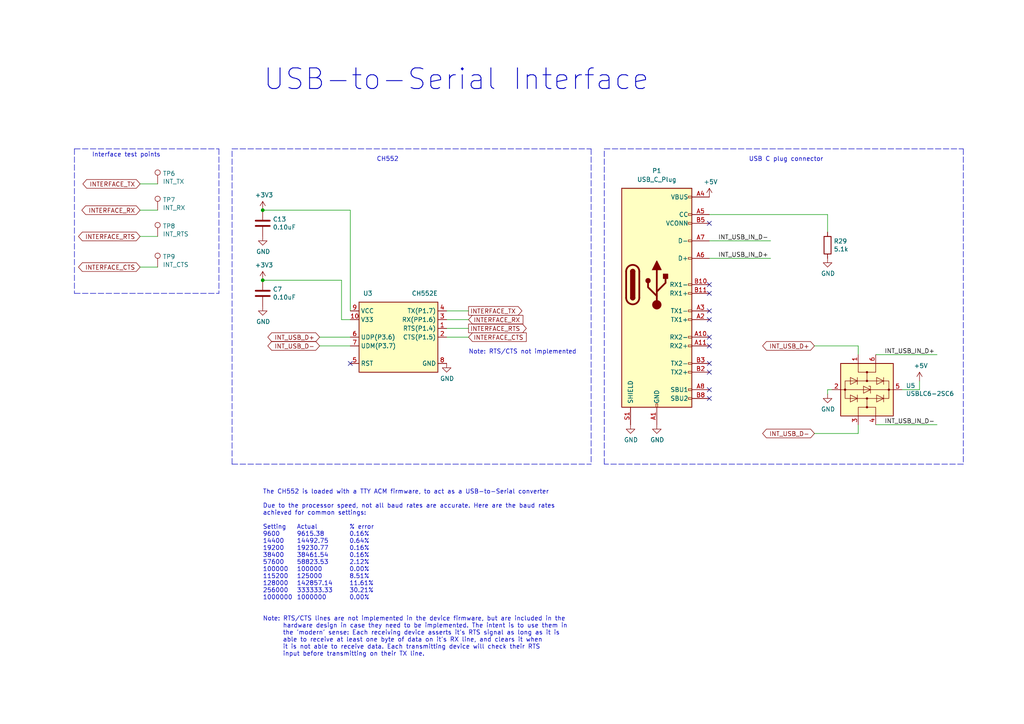
<source format=kicad_sch>
(kicad_sch (version 20211123) (generator eeschema)

  (uuid 2de1ffee-2174-41d2-8969-68b8d21e5a7d)

  (paper "A4")

  (title_block
    (title "USB-to-Serial Interface")
    (date "2021-11-14")
    (rev "V1")
    (company "Tillitis AB")
    (comment 1 "2022")
  )

  (lib_symbols
    (symbol "Connector:TestPoint" (pin_numbers hide) (pin_names (offset 0.762) hide) (in_bom yes) (on_board yes)
      (property "Reference" "TP" (id 0) (at 0 6.858 0)
        (effects (font (size 1.27 1.27)))
      )
      (property "Value" "TestPoint" (id 1) (at 0 5.08 0)
        (effects (font (size 1.27 1.27)))
      )
      (property "Footprint" "" (id 2) (at 5.08 0 0)
        (effects (font (size 1.27 1.27)) hide)
      )
      (property "Datasheet" "~" (id 3) (at 5.08 0 0)
        (effects (font (size 1.27 1.27)) hide)
      )
      (property "ki_keywords" "test point tp" (id 4) (at 0 0 0)
        (effects (font (size 1.27 1.27)) hide)
      )
      (property "ki_description" "test point" (id 5) (at 0 0 0)
        (effects (font (size 1.27 1.27)) hide)
      )
      (property "ki_fp_filters" "Pin* Test*" (id 6) (at 0 0 0)
        (effects (font (size 1.27 1.27)) hide)
      )
      (symbol "TestPoint_0_1"
        (circle (center 0 3.302) (radius 0.762)
          (stroke (width 0) (type default) (color 0 0 0 0))
          (fill (type none))
        )
      )
      (symbol "TestPoint_1_1"
        (pin passive line (at 0 0 90) (length 2.54)
          (name "1" (effects (font (size 1.27 1.27))))
          (number "1" (effects (font (size 1.27 1.27))))
        )
      )
    )
    (symbol "Connector:USB_C_Plug" (pin_names (offset 1.016)) (in_bom yes) (on_board yes)
      (property "Reference" "P" (id 0) (at -10.16 29.21 0)
        (effects (font (size 1.27 1.27)) (justify left))
      )
      (property "Value" "USB_C_Plug" (id 1) (at 10.16 29.21 0)
        (effects (font (size 1.27 1.27)) (justify right))
      )
      (property "Footprint" "" (id 2) (at 3.81 0 0)
        (effects (font (size 1.27 1.27)) hide)
      )
      (property "Datasheet" "https://www.usb.org/sites/default/files/documents/usb_type-c.zip" (id 3) (at 3.81 0 0)
        (effects (font (size 1.27 1.27)) hide)
      )
      (property "ki_keywords" "usb universal serial bus" (id 4) (at 0 0 0)
        (effects (font (size 1.27 1.27)) hide)
      )
      (property "ki_description" "USB Type-C Plug connector" (id 5) (at 0 0 0)
        (effects (font (size 1.27 1.27)) hide)
      )
      (property "ki_fp_filters" "USB*C*Plug*" (id 6) (at 0 0 0)
        (effects (font (size 1.27 1.27)) hide)
      )
      (symbol "USB_C_Plug_0_0"
        (rectangle (start -0.254 -35.56) (end 0.254 -34.544)
          (stroke (width 0) (type default) (color 0 0 0 0))
          (fill (type none))
        )
        (rectangle (start 10.16 -32.766) (end 9.144 -33.274)
          (stroke (width 0) (type default) (color 0 0 0 0))
          (fill (type none))
        )
        (rectangle (start 10.16 -30.226) (end 9.144 -30.734)
          (stroke (width 0) (type default) (color 0 0 0 0))
          (fill (type none))
        )
        (rectangle (start 10.16 -25.146) (end 9.144 -25.654)
          (stroke (width 0) (type default) (color 0 0 0 0))
          (fill (type none))
        )
        (rectangle (start 10.16 -22.606) (end 9.144 -23.114)
          (stroke (width 0) (type default) (color 0 0 0 0))
          (fill (type none))
        )
        (rectangle (start 10.16 -17.526) (end 9.144 -18.034)
          (stroke (width 0) (type default) (color 0 0 0 0))
          (fill (type none))
        )
        (rectangle (start 10.16 -14.986) (end 9.144 -15.494)
          (stroke (width 0) (type default) (color 0 0 0 0))
          (fill (type none))
        )
        (rectangle (start 10.16 -9.906) (end 9.144 -10.414)
          (stroke (width 0) (type default) (color 0 0 0 0))
          (fill (type none))
        )
        (rectangle (start 10.16 -7.366) (end 9.144 -7.874)
          (stroke (width 0) (type default) (color 0 0 0 0))
          (fill (type none))
        )
        (rectangle (start 10.16 -2.286) (end 9.144 -2.794)
          (stroke (width 0) (type default) (color 0 0 0 0))
          (fill (type none))
        )
        (rectangle (start 10.16 0.254) (end 9.144 -0.254)
          (stroke (width 0) (type default) (color 0 0 0 0))
          (fill (type none))
        )
        (rectangle (start 10.16 7.874) (end 9.144 7.366)
          (stroke (width 0) (type default) (color 0 0 0 0))
          (fill (type none))
        )
        (rectangle (start 10.16 12.954) (end 9.144 12.446)
          (stroke (width 0) (type default) (color 0 0 0 0))
          (fill (type none))
        )
        (rectangle (start 10.16 18.034) (end 9.144 17.526)
          (stroke (width 0) (type default) (color 0 0 0 0))
          (fill (type none))
        )
        (rectangle (start 10.16 20.574) (end 9.144 20.066)
          (stroke (width 0) (type default) (color 0 0 0 0))
          (fill (type none))
        )
        (rectangle (start 10.16 25.654) (end 9.144 25.146)
          (stroke (width 0) (type default) (color 0 0 0 0))
          (fill (type none))
        )
      )
      (symbol "USB_C_Plug_0_1"
        (rectangle (start -10.16 27.94) (end 10.16 -35.56)
          (stroke (width 0.254) (type default) (color 0 0 0 0))
          (fill (type background))
        )
        (arc (start -8.89 -3.81) (mid -6.985 -5.715) (end -5.08 -3.81)
          (stroke (width 0.508) (type default) (color 0 0 0 0))
          (fill (type none))
        )
        (arc (start -7.62 -3.81) (mid -6.985 -4.445) (end -6.35 -3.81)
          (stroke (width 0.254) (type default) (color 0 0 0 0))
          (fill (type none))
        )
        (arc (start -7.62 -3.81) (mid -6.985 -4.445) (end -6.35 -3.81)
          (stroke (width 0.254) (type default) (color 0 0 0 0))
          (fill (type outline))
        )
        (rectangle (start -7.62 -3.81) (end -6.35 3.81)
          (stroke (width 0.254) (type default) (color 0 0 0 0))
          (fill (type outline))
        )
        (arc (start -6.35 3.81) (mid -6.985 4.445) (end -7.62 3.81)
          (stroke (width 0.254) (type default) (color 0 0 0 0))
          (fill (type none))
        )
        (arc (start -6.35 3.81) (mid -6.985 4.445) (end -7.62 3.81)
          (stroke (width 0.254) (type default) (color 0 0 0 0))
          (fill (type outline))
        )
        (arc (start -5.08 3.81) (mid -6.985 5.715) (end -8.89 3.81)
          (stroke (width 0.508) (type default) (color 0 0 0 0))
          (fill (type none))
        )
        (polyline
          (pts
            (xy -8.89 -3.81)
            (xy -8.89 3.81)
          )
          (stroke (width 0.508) (type default) (color 0 0 0 0))
          (fill (type none))
        )
        (polyline
          (pts
            (xy -5.08 3.81)
            (xy -5.08 -3.81)
          )
          (stroke (width 0.508) (type default) (color 0 0 0 0))
          (fill (type none))
        )
      )
      (symbol "USB_C_Plug_1_1"
        (circle (center -2.54 1.143) (radius 0.635)
          (stroke (width 0.254) (type default) (color 0 0 0 0))
          (fill (type outline))
        )
        (circle (center 0 -5.842) (radius 1.27)
          (stroke (width 0) (type default) (color 0 0 0 0))
          (fill (type outline))
        )
        (polyline
          (pts
            (xy 0 -5.842)
            (xy 0 4.318)
          )
          (stroke (width 0.508) (type default) (color 0 0 0 0))
          (fill (type none))
        )
        (polyline
          (pts
            (xy 0 -3.302)
            (xy -2.54 -0.762)
            (xy -2.54 0.508)
          )
          (stroke (width 0.508) (type default) (color 0 0 0 0))
          (fill (type none))
        )
        (polyline
          (pts
            (xy 0 -2.032)
            (xy 2.54 0.508)
            (xy 2.54 1.778)
          )
          (stroke (width 0.508) (type default) (color 0 0 0 0))
          (fill (type none))
        )
        (polyline
          (pts
            (xy -1.27 4.318)
            (xy 0 6.858)
            (xy 1.27 4.318)
            (xy -1.27 4.318)
          )
          (stroke (width 0.254) (type default) (color 0 0 0 0))
          (fill (type outline))
        )
        (rectangle (start 1.905 1.778) (end 3.175 3.048)
          (stroke (width 0.254) (type default) (color 0 0 0 0))
          (fill (type outline))
        )
        (pin passive line (at 0 -40.64 90) (length 5.08)
          (name "GND" (effects (font (size 1.27 1.27))))
          (number "A1" (effects (font (size 1.27 1.27))))
        )
        (pin bidirectional line (at 15.24 -15.24 180) (length 5.08)
          (name "RX2-" (effects (font (size 1.27 1.27))))
          (number "A10" (effects (font (size 1.27 1.27))))
        )
        (pin bidirectional line (at 15.24 -17.78 180) (length 5.08)
          (name "RX2+" (effects (font (size 1.27 1.27))))
          (number "A11" (effects (font (size 1.27 1.27))))
        )
        (pin passive line (at 0 -40.64 90) (length 5.08) hide
          (name "GND" (effects (font (size 1.27 1.27))))
          (number "A12" (effects (font (size 1.27 1.27))))
        )
        (pin bidirectional line (at 15.24 -10.16 180) (length 5.08)
          (name "TX1+" (effects (font (size 1.27 1.27))))
          (number "A2" (effects (font (size 1.27 1.27))))
        )
        (pin bidirectional line (at 15.24 -7.62 180) (length 5.08)
          (name "TX1-" (effects (font (size 1.27 1.27))))
          (number "A3" (effects (font (size 1.27 1.27))))
        )
        (pin passive line (at 15.24 25.4 180) (length 5.08)
          (name "VBUS" (effects (font (size 1.27 1.27))))
          (number "A4" (effects (font (size 1.27 1.27))))
        )
        (pin bidirectional line (at 15.24 20.32 180) (length 5.08)
          (name "CC" (effects (font (size 1.27 1.27))))
          (number "A5" (effects (font (size 1.27 1.27))))
        )
        (pin bidirectional line (at 15.24 7.62 180) (length 5.08)
          (name "D+" (effects (font (size 1.27 1.27))))
          (number "A6" (effects (font (size 1.27 1.27))))
        )
        (pin bidirectional line (at 15.24 12.7 180) (length 5.08)
          (name "D-" (effects (font (size 1.27 1.27))))
          (number "A7" (effects (font (size 1.27 1.27))))
        )
        (pin bidirectional line (at 15.24 -30.48 180) (length 5.08)
          (name "SBU1" (effects (font (size 1.27 1.27))))
          (number "A8" (effects (font (size 1.27 1.27))))
        )
        (pin passive line (at 15.24 25.4 180) (length 5.08) hide
          (name "VBUS" (effects (font (size 1.27 1.27))))
          (number "A9" (effects (font (size 1.27 1.27))))
        )
        (pin passive line (at 0 -40.64 90) (length 5.08) hide
          (name "GND" (effects (font (size 1.27 1.27))))
          (number "B1" (effects (font (size 1.27 1.27))))
        )
        (pin bidirectional line (at 15.24 0 180) (length 5.08)
          (name "RX1-" (effects (font (size 1.27 1.27))))
          (number "B10" (effects (font (size 1.27 1.27))))
        )
        (pin bidirectional line (at 15.24 -2.54 180) (length 5.08)
          (name "RX1+" (effects (font (size 1.27 1.27))))
          (number "B11" (effects (font (size 1.27 1.27))))
        )
        (pin passive line (at 0 -40.64 90) (length 5.08) hide
          (name "GND" (effects (font (size 1.27 1.27))))
          (number "B12" (effects (font (size 1.27 1.27))))
        )
        (pin bidirectional line (at 15.24 -25.4 180) (length 5.08)
          (name "TX2+" (effects (font (size 1.27 1.27))))
          (number "B2" (effects (font (size 1.27 1.27))))
        )
        (pin bidirectional line (at 15.24 -22.86 180) (length 5.08)
          (name "TX2-" (effects (font (size 1.27 1.27))))
          (number "B3" (effects (font (size 1.27 1.27))))
        )
        (pin passive line (at 15.24 25.4 180) (length 5.08) hide
          (name "VBUS" (effects (font (size 1.27 1.27))))
          (number "B4" (effects (font (size 1.27 1.27))))
        )
        (pin bidirectional line (at 15.24 17.78 180) (length 5.08)
          (name "VCONN" (effects (font (size 1.27 1.27))))
          (number "B5" (effects (font (size 1.27 1.27))))
        )
        (pin bidirectional line (at 15.24 -33.02 180) (length 5.08)
          (name "SBU2" (effects (font (size 1.27 1.27))))
          (number "B8" (effects (font (size 1.27 1.27))))
        )
        (pin passive line (at 15.24 25.4 180) (length 5.08) hide
          (name "VBUS" (effects (font (size 1.27 1.27))))
          (number "B9" (effects (font (size 1.27 1.27))))
        )
        (pin passive line (at -7.62 -40.64 90) (length 5.08)
          (name "SHIELD" (effects (font (size 1.27 1.27))))
          (number "S1" (effects (font (size 1.27 1.27))))
        )
      )
    )
    (symbol "Device:C" (pin_numbers hide) (pin_names (offset 0.254)) (in_bom yes) (on_board yes)
      (property "Reference" "C" (id 0) (at 0.635 2.54 0)
        (effects (font (size 1.27 1.27)) (justify left))
      )
      (property "Value" "C" (id 1) (at 0.635 -2.54 0)
        (effects (font (size 1.27 1.27)) (justify left))
      )
      (property "Footprint" "" (id 2) (at 0.9652 -3.81 0)
        (effects (font (size 1.27 1.27)) hide)
      )
      (property "Datasheet" "~" (id 3) (at 0 0 0)
        (effects (font (size 1.27 1.27)) hide)
      )
      (property "ki_keywords" "cap capacitor" (id 4) (at 0 0 0)
        (effects (font (size 1.27 1.27)) hide)
      )
      (property "ki_description" "Unpolarized capacitor" (id 5) (at 0 0 0)
        (effects (font (size 1.27 1.27)) hide)
      )
      (property "ki_fp_filters" "C_*" (id 6) (at 0 0 0)
        (effects (font (size 1.27 1.27)) hide)
      )
      (symbol "C_0_1"
        (polyline
          (pts
            (xy -2.032 -0.762)
            (xy 2.032 -0.762)
          )
          (stroke (width 0.508) (type default) (color 0 0 0 0))
          (fill (type none))
        )
        (polyline
          (pts
            (xy -2.032 0.762)
            (xy 2.032 0.762)
          )
          (stroke (width 0.508) (type default) (color 0 0 0 0))
          (fill (type none))
        )
      )
      (symbol "C_1_1"
        (pin passive line (at 0 3.81 270) (length 2.794)
          (name "~" (effects (font (size 1.27 1.27))))
          (number "1" (effects (font (size 1.27 1.27))))
        )
        (pin passive line (at 0 -3.81 90) (length 2.794)
          (name "~" (effects (font (size 1.27 1.27))))
          (number "2" (effects (font (size 1.27 1.27))))
        )
      )
    )
    (symbol "Device:R" (pin_numbers hide) (pin_names (offset 0)) (in_bom yes) (on_board yes)
      (property "Reference" "R" (id 0) (at 2.032 0 90)
        (effects (font (size 1.27 1.27)))
      )
      (property "Value" "R" (id 1) (at 0 0 90)
        (effects (font (size 1.27 1.27)))
      )
      (property "Footprint" "" (id 2) (at -1.778 0 90)
        (effects (font (size 1.27 1.27)) hide)
      )
      (property "Datasheet" "~" (id 3) (at 0 0 0)
        (effects (font (size 1.27 1.27)) hide)
      )
      (property "ki_keywords" "R res resistor" (id 4) (at 0 0 0)
        (effects (font (size 1.27 1.27)) hide)
      )
      (property "ki_description" "Resistor" (id 5) (at 0 0 0)
        (effects (font (size 1.27 1.27)) hide)
      )
      (property "ki_fp_filters" "R_*" (id 6) (at 0 0 0)
        (effects (font (size 1.27 1.27)) hide)
      )
      (symbol "R_0_1"
        (rectangle (start -1.016 -2.54) (end 1.016 2.54)
          (stroke (width 0.254) (type default) (color 0 0 0 0))
          (fill (type none))
        )
      )
      (symbol "R_1_1"
        (pin passive line (at 0 3.81 270) (length 1.27)
          (name "~" (effects (font (size 1.27 1.27))))
          (number "1" (effects (font (size 1.27 1.27))))
        )
        (pin passive line (at 0 -3.81 90) (length 1.27)
          (name "~" (effects (font (size 1.27 1.27))))
          (number "2" (effects (font (size 1.27 1.27))))
        )
      )
    )
    (symbol "Power_Protection:USBLC6-2SC6" (pin_names hide) (in_bom yes) (on_board yes)
      (property "Reference" "U" (id 0) (at 2.54 8.89 0)
        (effects (font (size 1.27 1.27)) (justify left))
      )
      (property "Value" "USBLC6-2SC6" (id 1) (at 2.54 -8.89 0)
        (effects (font (size 1.27 1.27)) (justify left))
      )
      (property "Footprint" "Package_TO_SOT_SMD:SOT-23-6" (id 2) (at 0 -12.7 0)
        (effects (font (size 1.27 1.27)) hide)
      )
      (property "Datasheet" "https://www.st.com/resource/en/datasheet/usblc6-2.pdf" (id 3) (at 5.08 8.89 0)
        (effects (font (size 1.27 1.27)) hide)
      )
      (property "ki_keywords" "usb ethernet video" (id 4) (at 0 0 0)
        (effects (font (size 1.27 1.27)) hide)
      )
      (property "ki_description" "Very low capacitance ESD protection diode, 2 data-line, SOT-23-6" (id 5) (at 0 0 0)
        (effects (font (size 1.27 1.27)) hide)
      )
      (property "ki_fp_filters" "SOT?23*" (id 6) (at 0 0 0)
        (effects (font (size 1.27 1.27)) hide)
      )
      (symbol "USBLC6-2SC6_0_1"
        (rectangle (start -7.62 -7.62) (end 7.62 7.62)
          (stroke (width 0.254) (type default) (color 0 0 0 0))
          (fill (type background))
        )
        (circle (center -5.08 0) (radius 0.254)
          (stroke (width 0) (type default) (color 0 0 0 0))
          (fill (type outline))
        )
        (circle (center -2.54 0) (radius 0.254)
          (stroke (width 0) (type default) (color 0 0 0 0))
          (fill (type outline))
        )
        (rectangle (start -2.54 6.35) (end 2.54 -6.35)
          (stroke (width 0) (type default) (color 0 0 0 0))
          (fill (type none))
        )
        (circle (center 0 -6.35) (radius 0.254)
          (stroke (width 0) (type default) (color 0 0 0 0))
          (fill (type outline))
        )
        (polyline
          (pts
            (xy -5.08 -2.54)
            (xy -7.62 -2.54)
          )
          (stroke (width 0) (type default) (color 0 0 0 0))
          (fill (type none))
        )
        (polyline
          (pts
            (xy -5.08 0)
            (xy -5.08 -2.54)
          )
          (stroke (width 0) (type default) (color 0 0 0 0))
          (fill (type none))
        )
        (polyline
          (pts
            (xy -5.08 2.54)
            (xy -7.62 2.54)
          )
          (stroke (width 0) (type default) (color 0 0 0 0))
          (fill (type none))
        )
        (polyline
          (pts
            (xy -1.524 -2.794)
            (xy -3.556 -2.794)
          )
          (stroke (width 0) (type default) (color 0 0 0 0))
          (fill (type none))
        )
        (polyline
          (pts
            (xy -1.524 4.826)
            (xy -3.556 4.826)
          )
          (stroke (width 0) (type default) (color 0 0 0 0))
          (fill (type none))
        )
        (polyline
          (pts
            (xy 0 -7.62)
            (xy 0 -6.35)
          )
          (stroke (width 0) (type default) (color 0 0 0 0))
          (fill (type none))
        )
        (polyline
          (pts
            (xy 0 -6.35)
            (xy 0 1.27)
          )
          (stroke (width 0) (type default) (color 0 0 0 0))
          (fill (type none))
        )
        (polyline
          (pts
            (xy 0 1.27)
            (xy 0 6.35)
          )
          (stroke (width 0) (type default) (color 0 0 0 0))
          (fill (type none))
        )
        (polyline
          (pts
            (xy 0 6.35)
            (xy 0 7.62)
          )
          (stroke (width 0) (type default) (color 0 0 0 0))
          (fill (type none))
        )
        (polyline
          (pts
            (xy 1.524 -2.794)
            (xy 3.556 -2.794)
          )
          (stroke (width 0) (type default) (color 0 0 0 0))
          (fill (type none))
        )
        (polyline
          (pts
            (xy 1.524 4.826)
            (xy 3.556 4.826)
          )
          (stroke (width 0) (type default) (color 0 0 0 0))
          (fill (type none))
        )
        (polyline
          (pts
            (xy 5.08 -2.54)
            (xy 7.62 -2.54)
          )
          (stroke (width 0) (type default) (color 0 0 0 0))
          (fill (type none))
        )
        (polyline
          (pts
            (xy 5.08 0)
            (xy 5.08 -2.54)
          )
          (stroke (width 0) (type default) (color 0 0 0 0))
          (fill (type none))
        )
        (polyline
          (pts
            (xy 5.08 2.54)
            (xy 7.62 2.54)
          )
          (stroke (width 0) (type default) (color 0 0 0 0))
          (fill (type none))
        )
        (polyline
          (pts
            (xy -2.54 0)
            (xy -5.08 0)
            (xy -5.08 2.54)
          )
          (stroke (width 0) (type default) (color 0 0 0 0))
          (fill (type none))
        )
        (polyline
          (pts
            (xy 2.54 0)
            (xy 5.08 0)
            (xy 5.08 2.54)
          )
          (stroke (width 0) (type default) (color 0 0 0 0))
          (fill (type none))
        )
        (polyline
          (pts
            (xy -3.556 -4.826)
            (xy -1.524 -4.826)
            (xy -2.54 -2.794)
            (xy -3.556 -4.826)
          )
          (stroke (width 0) (type default) (color 0 0 0 0))
          (fill (type none))
        )
        (polyline
          (pts
            (xy -3.556 2.794)
            (xy -1.524 2.794)
            (xy -2.54 4.826)
            (xy -3.556 2.794)
          )
          (stroke (width 0) (type default) (color 0 0 0 0))
          (fill (type none))
        )
        (polyline
          (pts
            (xy -1.016 -1.016)
            (xy 1.016 -1.016)
            (xy 0 1.016)
            (xy -1.016 -1.016)
          )
          (stroke (width 0) (type default) (color 0 0 0 0))
          (fill (type none))
        )
        (polyline
          (pts
            (xy 1.016 1.016)
            (xy 0.762 1.016)
            (xy -1.016 1.016)
            (xy -1.016 0.508)
          )
          (stroke (width 0) (type default) (color 0 0 0 0))
          (fill (type none))
        )
        (polyline
          (pts
            (xy 3.556 -4.826)
            (xy 1.524 -4.826)
            (xy 2.54 -2.794)
            (xy 3.556 -4.826)
          )
          (stroke (width 0) (type default) (color 0 0 0 0))
          (fill (type none))
        )
        (polyline
          (pts
            (xy 3.556 2.794)
            (xy 1.524 2.794)
            (xy 2.54 4.826)
            (xy 3.556 2.794)
          )
          (stroke (width 0) (type default) (color 0 0 0 0))
          (fill (type none))
        )
        (circle (center 0 6.35) (radius 0.254)
          (stroke (width 0) (type default) (color 0 0 0 0))
          (fill (type outline))
        )
        (circle (center 2.54 0) (radius 0.254)
          (stroke (width 0) (type default) (color 0 0 0 0))
          (fill (type outline))
        )
        (circle (center 5.08 0) (radius 0.254)
          (stroke (width 0) (type default) (color 0 0 0 0))
          (fill (type outline))
        )
      )
      (symbol "USBLC6-2SC6_1_1"
        (pin passive line (at -10.16 -2.54 0) (length 2.54)
          (name "I/O1" (effects (font (size 1.27 1.27))))
          (number "1" (effects (font (size 1.27 1.27))))
        )
        (pin passive line (at 0 -10.16 90) (length 2.54)
          (name "GND" (effects (font (size 1.27 1.27))))
          (number "2" (effects (font (size 1.27 1.27))))
        )
        (pin passive line (at 10.16 -2.54 180) (length 2.54)
          (name "I/O2" (effects (font (size 1.27 1.27))))
          (number "3" (effects (font (size 1.27 1.27))))
        )
        (pin passive line (at 10.16 2.54 180) (length 2.54)
          (name "I/O2" (effects (font (size 1.27 1.27))))
          (number "4" (effects (font (size 1.27 1.27))))
        )
        (pin passive line (at 0 10.16 270) (length 2.54)
          (name "VBUS" (effects (font (size 1.27 1.27))))
          (number "5" (effects (font (size 1.27 1.27))))
        )
        (pin passive line (at -10.16 2.54 0) (length 2.54)
          (name "I/O1" (effects (font (size 1.27 1.27))))
          (number "6" (effects (font (size 1.27 1.27))))
        )
      )
    )
    (symbol "mta1:CH552E" (in_bom yes) (on_board yes)
      (property "Reference" "U" (id 0) (at -8.89 3.81 0)
        (effects (font (size 1.27 1.27)))
      )
      (property "Value" "CH552E" (id 1) (at 7.62 3.81 0)
        (effects (font (size 1.27 1.27)))
      )
      (property "Footprint" "" (id 2) (at 58.42 -17.78 0)
        (effects (font (size 1.27 1.27)) hide)
      )
      (property "Datasheet" "" (id 3) (at 58.42 -17.78 0)
        (effects (font (size 1.27 1.27)) hide)
      )
      (property "ki_description" "8-bit enhanced USB microcontroller CH552" (id 4) (at 0 0 0)
        (effects (font (size 1.27 1.27)) hide)
      )
      (symbol "CH552E_0_1"
        (rectangle (start -10.16 2.54) (end 12.7 -17.78)
          (stroke (width 0.254) (type default) (color 0 0 0 0))
          (fill (type background))
        )
      )
      (symbol "CH552E_1_1"
        (pin output line (at 15.24 -5.08 180) (length 2.54)
          (name "RTS(P1.4)" (effects (font (size 1.27 1.27))))
          (number "1" (effects (font (size 1.27 1.27))))
        )
        (pin passive line (at -12.7 -2.54 0) (length 2.54)
          (name "V33" (effects (font (size 1.27 1.27))))
          (number "10" (effects (font (size 1.27 1.27))))
        )
        (pin input line (at 15.24 -7.62 180) (length 2.54)
          (name "CTS(P1.5)" (effects (font (size 1.27 1.27))))
          (number "2" (effects (font (size 1.27 1.27))))
        )
        (pin input line (at 15.24 -2.54 180) (length 2.54)
          (name "RX(PP1.6)" (effects (font (size 1.27 1.27))))
          (number "3" (effects (font (size 1.27 1.27))))
        )
        (pin output line (at 15.24 0 180) (length 2.54)
          (name "TX(P1.7)" (effects (font (size 1.27 1.27))))
          (number "4" (effects (font (size 1.27 1.27))))
        )
        (pin bidirectional line (at -12.7 -15.24 0) (length 2.54)
          (name "RST" (effects (font (size 1.27 1.27))))
          (number "5" (effects (font (size 1.27 1.27))))
        )
        (pin bidirectional line (at -12.7 -7.62 0) (length 2.54)
          (name "UDP(P3.6)" (effects (font (size 1.27 1.27))))
          (number "6" (effects (font (size 1.27 1.27))))
        )
        (pin bidirectional line (at -12.7 -10.16 0) (length 2.54)
          (name "UDM(P3.7)" (effects (font (size 1.27 1.27))))
          (number "7" (effects (font (size 1.27 1.27))))
        )
        (pin power_in line (at 15.24 -15.24 180) (length 2.54)
          (name "GND" (effects (font (size 1.27 1.27))))
          (number "8" (effects (font (size 1.27 1.27))))
        )
        (pin power_in line (at -12.7 0 0) (length 2.54)
          (name "VCC" (effects (font (size 1.27 1.27))))
          (number "9" (effects (font (size 1.27 1.27))))
        )
      )
    )
    (symbol "power:+3.3V" (power) (pin_names (offset 0)) (in_bom yes) (on_board yes)
      (property "Reference" "#PWR" (id 0) (at 0 -3.81 0)
        (effects (font (size 1.27 1.27)) hide)
      )
      (property "Value" "+3.3V" (id 1) (at 0 3.556 0)
        (effects (font (size 1.27 1.27)))
      )
      (property "Footprint" "" (id 2) (at 0 0 0)
        (effects (font (size 1.27 1.27)) hide)
      )
      (property "Datasheet" "" (id 3) (at 0 0 0)
        (effects (font (size 1.27 1.27)) hide)
      )
      (property "ki_keywords" "power-flag" (id 4) (at 0 0 0)
        (effects (font (size 1.27 1.27)) hide)
      )
      (property "ki_description" "Power symbol creates a global label with name \"+3.3V\"" (id 5) (at 0 0 0)
        (effects (font (size 1.27 1.27)) hide)
      )
      (symbol "+3.3V_0_1"
        (polyline
          (pts
            (xy -0.762 1.27)
            (xy 0 2.54)
          )
          (stroke (width 0) (type default) (color 0 0 0 0))
          (fill (type none))
        )
        (polyline
          (pts
            (xy 0 0)
            (xy 0 2.54)
          )
          (stroke (width 0) (type default) (color 0 0 0 0))
          (fill (type none))
        )
        (polyline
          (pts
            (xy 0 2.54)
            (xy 0.762 1.27)
          )
          (stroke (width 0) (type default) (color 0 0 0 0))
          (fill (type none))
        )
      )
      (symbol "+3.3V_1_1"
        (pin power_in line (at 0 0 90) (length 0) hide
          (name "+3V3" (effects (font (size 1.27 1.27))))
          (number "1" (effects (font (size 1.27 1.27))))
        )
      )
    )
    (symbol "power:+5V" (power) (pin_names (offset 0)) (in_bom yes) (on_board yes)
      (property "Reference" "#PWR" (id 0) (at 0 -3.81 0)
        (effects (font (size 1.27 1.27)) hide)
      )
      (property "Value" "+5V" (id 1) (at 0 3.556 0)
        (effects (font (size 1.27 1.27)))
      )
      (property "Footprint" "" (id 2) (at 0 0 0)
        (effects (font (size 1.27 1.27)) hide)
      )
      (property "Datasheet" "" (id 3) (at 0 0 0)
        (effects (font (size 1.27 1.27)) hide)
      )
      (property "ki_keywords" "power-flag" (id 4) (at 0 0 0)
        (effects (font (size 1.27 1.27)) hide)
      )
      (property "ki_description" "Power symbol creates a global label with name \"+5V\"" (id 5) (at 0 0 0)
        (effects (font (size 1.27 1.27)) hide)
      )
      (symbol "+5V_0_1"
        (polyline
          (pts
            (xy -0.762 1.27)
            (xy 0 2.54)
          )
          (stroke (width 0) (type default) (color 0 0 0 0))
          (fill (type none))
        )
        (polyline
          (pts
            (xy 0 0)
            (xy 0 2.54)
          )
          (stroke (width 0) (type default) (color 0 0 0 0))
          (fill (type none))
        )
        (polyline
          (pts
            (xy 0 2.54)
            (xy 0.762 1.27)
          )
          (stroke (width 0) (type default) (color 0 0 0 0))
          (fill (type none))
        )
      )
      (symbol "+5V_1_1"
        (pin power_in line (at 0 0 90) (length 0) hide
          (name "+5V" (effects (font (size 1.27 1.27))))
          (number "1" (effects (font (size 1.27 1.27))))
        )
      )
    )
    (symbol "power:GND" (power) (pin_names (offset 0)) (in_bom yes) (on_board yes)
      (property "Reference" "#PWR" (id 0) (at 0 -6.35 0)
        (effects (font (size 1.27 1.27)) hide)
      )
      (property "Value" "GND" (id 1) (at 0 -3.81 0)
        (effects (font (size 1.27 1.27)))
      )
      (property "Footprint" "" (id 2) (at 0 0 0)
        (effects (font (size 1.27 1.27)) hide)
      )
      (property "Datasheet" "" (id 3) (at 0 0 0)
        (effects (font (size 1.27 1.27)) hide)
      )
      (property "ki_keywords" "power-flag" (id 4) (at 0 0 0)
        (effects (font (size 1.27 1.27)) hide)
      )
      (property "ki_description" "Power symbol creates a global label with name \"GND\" , ground" (id 5) (at 0 0 0)
        (effects (font (size 1.27 1.27)) hide)
      )
      (symbol "GND_0_1"
        (polyline
          (pts
            (xy 0 0)
            (xy 0 -1.27)
            (xy 1.27 -1.27)
            (xy 0 -2.54)
            (xy -1.27 -1.27)
            (xy 0 -1.27)
          )
          (stroke (width 0) (type default) (color 0 0 0 0))
          (fill (type none))
        )
      )
      (symbol "GND_1_1"
        (pin power_in line (at 0 0 270) (length 0) hide
          (name "GND" (effects (font (size 1.27 1.27))))
          (number "1" (effects (font (size 1.27 1.27))))
        )
      )
    )
  )

  (junction (at 76.2 60.96) (diameter 0) (color 0 0 0 0)
    (uuid 25d2815b-757f-4fed-925b-1d143160683a)
  )
  (junction (at 76.2 81.28) (diameter 0) (color 0 0 0 0)
    (uuid aece34f3-2214-40af-8409-eb14f2b5bbbc)
  )

  (no_connect (at 205.74 92.71) (uuid 0b070896-1cb3-426a-994b-ee4cd80580a7))
  (no_connect (at 205.74 85.09) (uuid 1faea851-a305-4757-ad34-18a0b8d433c8))
  (no_connect (at 205.74 100.33) (uuid 33f0cc91-1c8b-42c8-b58c-5c8b72aa49dd))
  (no_connect (at 205.74 82.55) (uuid 5a102805-0f37-41be-aa32-830227f4a310))
  (no_connect (at 205.74 115.57) (uuid 67133204-98be-435b-ab11-0f32ced3b33b))
  (no_connect (at 101.6 105.41) (uuid 7b3aa4f0-565a-4cee-afd7-795c6c884daa))
  (no_connect (at 205.74 113.03) (uuid 9090d5a0-3ff4-4e83-bec4-c3684f194bb4))
  (no_connect (at 205.74 90.17) (uuid b7c36f38-c302-4d0f-b5d2-fbea2c176d0f))
  (no_connect (at 205.74 105.41) (uuid b94e7e77-31a6-4e66-ab93-cc7db347d383))
  (no_connect (at 205.74 64.77) (uuid d1c7e4e1-efc7-4325-9582-faf84f1846dd))
  (no_connect (at 205.74 97.79) (uuid da0447ef-5830-43fe-904f-bc4d38508320))
  (no_connect (at 205.74 107.95) (uuid dd1583cd-6ec3-478f-85f0-402f1efa117e))

  (wire (pts (xy 266.7 110.49) (xy 266.7 113.03))
    (stroke (width 0) (type default) (color 0 0 0 0))
    (uuid 01024d27-e392-4482-9e67-565b0c294fe8)
  )
  (polyline (pts (xy 67.31 134.62) (xy 171.45 134.62))
    (stroke (width 0) (type default) (color 0 0 0 0))
    (uuid 06a758d9-3f78-4a9c-868a-6ed7121ca9f2)
  )
  (polyline (pts (xy 279.4 43.18) (xy 279.4 134.62))
    (stroke (width 0) (type default) (color 0 0 0 0))
    (uuid 0e0f9829-27a5-43b2-a0ae-121d3ce72ef4)
  )

  (wire (pts (xy 92.71 100.33) (xy 101.6 100.33))
    (stroke (width 0) (type default) (color 0 0 0 0))
    (uuid 157245f1-7c32-4429-a17c-2de30db2068b)
  )
  (polyline (pts (xy 171.45 43.18) (xy 171.45 134.62))
    (stroke (width 0) (type default) (color 0 0 0 0))
    (uuid 15cd5df0-9470-4915-ba32-58aef5407a1b)
  )

  (wire (pts (xy 99.06 81.28) (xy 76.2 81.28))
    (stroke (width 0) (type default) (color 0 0 0 0))
    (uuid 29470a28-4496-4b58-a5ec-aa85125efcd1)
  )
  (wire (pts (xy 241.3 113.03) (xy 240.03 113.03))
    (stroke (width 0) (type default) (color 0 0 0 0))
    (uuid 3457afc5-3e4f-4220-81d1-b079f653a722)
  )
  (polyline (pts (xy 175.26 43.18) (xy 279.4 43.18))
    (stroke (width 0) (type default) (color 0 0 0 0))
    (uuid 3579cf2f-29b0-46b6-a07d-483fb5586322)
  )

  (wire (pts (xy 135.89 97.79) (xy 129.54 97.79))
    (stroke (width 0) (type default) (color 0 0 0 0))
    (uuid 37cddde9-445f-423f-99b0-0711432e9afd)
  )
  (wire (pts (xy 99.06 92.71) (xy 99.06 81.28))
    (stroke (width 0) (type default) (color 0 0 0 0))
    (uuid 37ede1f7-c284-4a69-9d45-722cd4f55d54)
  )
  (polyline (pts (xy 279.4 134.62) (xy 175.26 134.62))
    (stroke (width 0) (type default) (color 0 0 0 0))
    (uuid 3934b2e9-06c8-499c-a6df-4d7b35cfb894)
  )

  (wire (pts (xy 40.64 68.58) (xy 45.72 68.58))
    (stroke (width 0) (type default) (color 0 0 0 0))
    (uuid 4ada9644-a0c1-4f67-a635-919c648129fc)
  )
  (wire (pts (xy 236.22 125.73) (xy 248.92 125.73))
    (stroke (width 0) (type default) (color 0 0 0 0))
    (uuid 4d967454-338c-4b89-8534-9457e15bf2f2)
  )
  (wire (pts (xy 236.22 100.33) (xy 248.92 100.33))
    (stroke (width 0) (type default) (color 0 0 0 0))
    (uuid 5eedf685-0df3-4da8-aded-0e6ed1cb2507)
  )
  (polyline (pts (xy 67.31 134.62) (xy 67.31 43.18))
    (stroke (width 0) (type default) (color 0 0 0 0))
    (uuid 66b97a0a-8e08-41e2-b14c-4d2f7400ff6c)
  )
  (polyline (pts (xy 175.26 134.62) (xy 175.26 43.18))
    (stroke (width 0) (type default) (color 0 0 0 0))
    (uuid 73f40fda-e6eb-4f93-9482-56cf47d84a87)
  )

  (wire (pts (xy 254 102.87) (xy 271.78 102.87))
    (stroke (width 0) (type default) (color 0 0 0 0))
    (uuid 77aa6db5-9b8d-4983-b88e-30fe5af25975)
  )
  (wire (pts (xy 248.92 123.19) (xy 248.92 125.73))
    (stroke (width 0) (type default) (color 0 0 0 0))
    (uuid 7eb32ed1-4320-49ba-8487-1c88e4824fe3)
  )
  (wire (pts (xy 248.92 100.33) (xy 248.92 102.87))
    (stroke (width 0) (type default) (color 0 0 0 0))
    (uuid 90fd611c-300b-48cf-a7c4-0d604953cd00)
  )
  (wire (pts (xy 40.64 60.96) (xy 45.72 60.96))
    (stroke (width 0) (type default) (color 0 0 0 0))
    (uuid 91d911d5-cad3-4a98-ba2b-306af461b4c4)
  )
  (polyline (pts (xy 21.59 43.18) (xy 63.5 43.18))
    (stroke (width 0) (type default) (color 0 0 0 0))
    (uuid 9b9cb3bd-7a47-4e28-8a54-3530c05c1456)
  )

  (wire (pts (xy 76.2 60.96) (xy 101.6 60.96))
    (stroke (width 0) (type default) (color 0 0 0 0))
    (uuid a4a0be49-964a-40fa-b31b-8805cdc102ee)
  )
  (wire (pts (xy 266.7 113.03) (xy 261.62 113.03))
    (stroke (width 0) (type default) (color 0 0 0 0))
    (uuid acf5d924-0760-425a-996c-c1d965700be8)
  )
  (wire (pts (xy 240.03 67.31) (xy 240.03 62.23))
    (stroke (width 0) (type default) (color 0 0 0 0))
    (uuid b4d6cbc1-df01-4d42-9015-a779f6eaad1c)
  )
  (wire (pts (xy 135.89 92.71) (xy 129.54 92.71))
    (stroke (width 0) (type default) (color 0 0 0 0))
    (uuid c1cc671b-f599-4d51-9b3a-57f2c0f4ad80)
  )
  (wire (pts (xy 40.64 77.47) (xy 45.72 77.47))
    (stroke (width 0) (type default) (color 0 0 0 0))
    (uuid c2b11866-3a23-42a2-9f5e-e75ffe537dc7)
  )
  (wire (pts (xy 205.74 74.93) (xy 223.52 74.93))
    (stroke (width 0) (type default) (color 0 0 0 0))
    (uuid c2c7c280-4719-41cc-8955-42cee19768b3)
  )
  (polyline (pts (xy 67.31 43.18) (xy 171.45 43.18))
    (stroke (width 0) (type default) (color 0 0 0 0))
    (uuid c3ed5144-0e8a-4fe7-8fa1-2a71ec24e09d)
  )
  (polyline (pts (xy 21.59 85.09) (xy 63.5 85.09))
    (stroke (width 0) (type default) (color 0 0 0 0))
    (uuid c76b9459-7847-4bf1-a214-02f7803e429c)
  )

  (wire (pts (xy 205.74 69.85) (xy 223.52 69.85))
    (stroke (width 0) (type default) (color 0 0 0 0))
    (uuid c9e03c6e-e236-4e45-b95d-955c55a22e56)
  )
  (wire (pts (xy 135.89 90.17) (xy 129.54 90.17))
    (stroke (width 0) (type default) (color 0 0 0 0))
    (uuid d0cf480b-43dc-4e8c-bfa4-f3f4368fd53f)
  )
  (polyline (pts (xy 63.5 43.18) (xy 63.5 85.09))
    (stroke (width 0) (type default) (color 0 0 0 0))
    (uuid d4da1486-8a0d-441c-b56e-126ed46b507c)
  )

  (wire (pts (xy 92.71 97.79) (xy 101.6 97.79))
    (stroke (width 0) (type default) (color 0 0 0 0))
    (uuid da46f29e-4746-4686-ad3a-d0778b91cfe8)
  )
  (wire (pts (xy 205.74 62.23) (xy 240.03 62.23))
    (stroke (width 0) (type default) (color 0 0 0 0))
    (uuid de1e66b8-247c-4f96-b59e-96422ec776f4)
  )
  (wire (pts (xy 271.78 123.19) (xy 254 123.19))
    (stroke (width 0) (type default) (color 0 0 0 0))
    (uuid e77c17df-b20e-4e7d-b937-f281c75a0014)
  )
  (wire (pts (xy 240.03 113.03) (xy 240.03 114.3))
    (stroke (width 0) (type default) (color 0 0 0 0))
    (uuid e86e4fae-9ca7-4857-a93c-bc6a3048f887)
  )
  (wire (pts (xy 99.06 92.71) (xy 101.6 92.71))
    (stroke (width 0) (type default) (color 0 0 0 0))
    (uuid e8dbbf4c-dab3-4f0b-9c61-724709e2f7b9)
  )
  (wire (pts (xy 101.6 60.96) (xy 101.6 90.17))
    (stroke (width 0) (type default) (color 0 0 0 0))
    (uuid e97649e9-23b1-44fa-9cb4-3613685242d5)
  )
  (wire (pts (xy 135.89 95.25) (xy 129.54 95.25))
    (stroke (width 0) (type default) (color 0 0 0 0))
    (uuid f05d77fd-535b-45de-aa5e-7363253861d7)
  )
  (polyline (pts (xy 21.59 43.18) (xy 21.59 85.09))
    (stroke (width 0) (type default) (color 0 0 0 0))
    (uuid f5d7f9e7-61b0-48e9-9dbd-68eb2a9aa1e5)
  )

  (wire (pts (xy 40.64 53.34) (xy 45.72 53.34))
    (stroke (width 0) (type default) (color 0 0 0 0))
    (uuid fb94dd87-08cc-4cc5-b9cc-847a5ca6606c)
  )

  (text "USB C plug connector" (at 217.17 46.99 0)
    (effects (font (size 1.27 1.27)) (justify left bottom))
    (uuid 2b25e886-ded1-450a-ada1-ece4208052e4)
  )
  (text "CH552" (at 109.22 46.99 0)
    (effects (font (size 1.27 1.27)) (justify left bottom))
    (uuid 60ec92ff-3c3f-44c2-9df5-f29739fff74e)
  )
  (text "USB-to-Serial Interface" (at 76.2 26.67 0)
    (effects (font (size 6 6) (thickness 0.254) bold) (justify left bottom))
    (uuid a7f2e97b-29f3-44fd-bf8a-97a3c1528b61)
  )
  (text "The CH552 is loaded with a TTY ACM firmware, to act as a USB-to-Serial converter\n\nDue to the processor speed, not all baud rates are accurate. Here are the baud rates\nachieved for common settings:\n\nSetting	Actual		% error\n9600	9615.38		0.16%\n14400	14492.75	0.64%\n19200	19230.77	0.16%\n38400	38461.54	0.16%\n57600	58823.53	2.12%\n100000	100000		0.00%\n115200	125000		8.51%\n128000	142857.14	11.61%\n256000	333333.33	30.21%\n1000000	1000000		0.00%\n\n\nNote: RTS/CTS lines are not implemented in the device firmware, but are included in the\n      hardware design in case they need to be implemented. The intent is to use them in\n      the 'modern' sense: Each receiving device asserts it's RTS signal as long as it is\n      able to receive at least one byte of data on it's RX line, and clears it when\n      it is not able to receive data. Each transmitting device will check their RTS\n      input before transmitting on their TX line."
    (at 76.2 190.5 0)
    (effects (font (size 1.27 1.27)) (justify left bottom))
    (uuid b4f4b01f-39a3-4ccc-914c-95f22ae04805)
  )
  (text "Interface test points" (at 26.67 45.72 0)
    (effects (font (size 1.27 1.27)) (justify left bottom))
    (uuid b73dcd40-ab3d-4c9d-af86-21665ca78857)
  )
  (text "Note: RTS/CTS not implemented" (at 135.89 102.87 0)
    (effects (font (size 1.27 1.27)) (justify left bottom))
    (uuid ec6c26b1-a7e9-4296-a00a-3a080d7305d0)
  )

  (label "INT_USB_IN_D-" (at 208.28 69.85 0)
    (effects (font (size 1.27 1.27)) (justify left bottom))
    (uuid 2cc7cfbf-edd1-48b0-ad4b-f86f2f1aa72e)
  )
  (label "INT_USB_IN_D+" (at 256.54 102.87 0)
    (effects (font (size 1.27 1.27)) (justify left bottom))
    (uuid 5e755161-24a5-4650-a6e3-9836bf074412)
  )
  (label "INT_USB_IN_D+" (at 208.28 74.93 0)
    (effects (font (size 1.27 1.27)) (justify left bottom))
    (uuid 62ac7cbe-6c69-4c27-8b17-c3192a9689e6)
  )
  (label "INT_USB_IN_D-" (at 256.54 123.19 0)
    (effects (font (size 1.27 1.27)) (justify left bottom))
    (uuid a150f0c9-1a23-4200-b489-18791f6d5ce5)
  )

  (global_label "INTERFACE_TX" (shape output) (at 135.89 90.17 0) (fields_autoplaced)
    (effects (font (size 1.27 1.27)) (justify left))
    (uuid 084238a6-ddc9-408a-beb7-0a70b31d41a9)
    (property "Intersheet References" "${INTERSHEET_REFS}" (id 0) (at 151.2771 90.0906 0)
      (effects (font (size 1.27 1.27)) (justify left) hide)
    )
  )
  (global_label "INT_USB_D-" (shape bidirectional) (at 236.22 125.73 180) (fields_autoplaced)
    (effects (font (size 1.27 1.27)) (justify right))
    (uuid 15699041-ed40-45ee-87d8-f5e206a88536)
    (property "Intersheet References" "${INTERSHEET_REFS}" (id 0) (at 45.72 -29.21 0)
      (effects (font (size 1.27 1.27)) hide)
    )
  )
  (global_label "INT_USB_D+" (shape bidirectional) (at 236.22 100.33 180) (fields_autoplaced)
    (effects (font (size 1.27 1.27)) (justify right))
    (uuid 1bd80cf9-f42a-4aee-a408-9dbf4e81e625)
    (property "Intersheet References" "${INTERSHEET_REFS}" (id 0) (at 45.72 -29.21 0)
      (effects (font (size 1.27 1.27)) hide)
    )
  )
  (global_label "INTERFACE_RX" (shape bidirectional) (at 40.64 60.96 180) (fields_autoplaced)
    (effects (font (size 1.27 1.27)) (justify right))
    (uuid 47aec22b-82e9-4b91-989d-e048280cce6f)
    (property "Intersheet References" "${INTERSHEET_REFS}" (id 0) (at 24.9506 60.8806 0)
      (effects (font (size 1.27 1.27)) (justify right) hide)
    )
  )
  (global_label "INTERFACE_CTS" (shape bidirectional) (at 40.64 77.47 180) (fields_autoplaced)
    (effects (font (size 1.27 1.27)) (justify right))
    (uuid 5160573f-2fea-4874-8a6a-69330c6a53cd)
    (property "Intersheet References" "${INTERSHEET_REFS}" (id 0) (at 23.9829 77.3906 0)
      (effects (font (size 1.27 1.27)) (justify right) hide)
    )
  )
  (global_label "INTERFACE_RTS" (shape bidirectional) (at 40.64 68.58 180) (fields_autoplaced)
    (effects (font (size 1.27 1.27)) (justify right))
    (uuid 5a9579fe-9d03-4a30-8059-20bc2ac34b9c)
    (property "Intersheet References" "${INTERSHEET_REFS}" (id 0) (at 23.9829 68.5006 0)
      (effects (font (size 1.27 1.27)) (justify right) hide)
    )
  )
  (global_label "INTERFACE_RX" (shape input) (at 135.89 92.71 0) (fields_autoplaced)
    (effects (font (size 1.27 1.27)) (justify left))
    (uuid 68518495-00dc-4eb5-91cc-28b636233e44)
    (property "Intersheet References" "${INTERSHEET_REFS}" (id 0) (at 151.5794 92.6306 0)
      (effects (font (size 1.27 1.27)) (justify left) hide)
    )
  )
  (global_label "INTERFACE_TX" (shape bidirectional) (at 40.64 53.34 180) (fields_autoplaced)
    (effects (font (size 1.27 1.27)) (justify right))
    (uuid 7eb525f4-c9fd-4c61-9b22-fdd518f97c1c)
    (property "Intersheet References" "${INTERSHEET_REFS}" (id 0) (at 25.2529 53.2606 0)
      (effects (font (size 1.27 1.27)) (justify right) hide)
    )
  )
  (global_label "INT_USB_D-" (shape bidirectional) (at 92.71 100.33 180) (fields_autoplaced)
    (effects (font (size 1.27 1.27)) (justify right))
    (uuid 9112ddd5-10d5-48b8-954f-f1d5adcacbd9)
    (property "Intersheet References" "${INTERSHEET_REFS}" (id 0) (at 229.87 212.09 0)
      (effects (font (size 1.27 1.27)) hide)
    )
  )
  (global_label "INTERFACE_CTS" (shape input) (at 135.89 97.79 0) (fields_autoplaced)
    (effects (font (size 1.27 1.27)) (justify left))
    (uuid 9da1ace0-4181-4f12-80f8-16786a9e5c07)
    (property "Intersheet References" "${INTERSHEET_REFS}" (id 0) (at 152.5471 97.7106 0)
      (effects (font (size 1.27 1.27)) (justify left) hide)
    )
  )
  (global_label "INTERFACE_RTS" (shape output) (at 135.89 95.25 0) (fields_autoplaced)
    (effects (font (size 1.27 1.27)) (justify left))
    (uuid af186015-d283-4209-aade-a247e5de01df)
    (property "Intersheet References" "${INTERSHEET_REFS}" (id 0) (at 152.5471 95.1706 0)
      (effects (font (size 1.27 1.27)) (justify left) hide)
    )
  )
  (global_label "INT_USB_D+" (shape bidirectional) (at 92.71 97.79 180) (fields_autoplaced)
    (effects (font (size 1.27 1.27)) (justify right))
    (uuid d3dd7cdb-b730-487d-804d-99150ba318ef)
    (property "Intersheet References" "${INTERSHEET_REFS}" (id 0) (at 229.87 212.09 0)
      (effects (font (size 1.27 1.27)) hide)
    )
  )

  (symbol (lib_id "power:GND") (at 76.2 68.58 0) (unit 1)
    (in_bom yes) (on_board yes)
    (uuid 00000000-0000-0000-0000-00006168f38a)
    (property "Reference" "#GND0110" (id 0) (at 76.2 74.93 0)
      (effects (font (size 1.27 1.27)) hide)
    )
    (property "Value" "GND" (id 1) (at 76.327 72.9742 0))
    (property "Footprint" "" (id 2) (at 76.2 68.58 0)
      (effects (font (size 1.27 1.27)) hide)
    )
    (property "Datasheet" "" (id 3) (at 76.2 68.58 0)
      (effects (font (size 1.27 1.27)) hide)
    )
    (pin "1" (uuid b0d728ff-de12-48a0-85a4-24d36eca9566))
  )

  (symbol (lib_id "Power_Protection:USBLC6-2SC6") (at 251.46 113.03 270) (unit 1)
    (in_bom yes) (on_board yes)
    (uuid 00000000-0000-0000-0000-00006179d455)
    (property "Reference" "U5" (id 0) (at 262.7376 111.8616 90)
      (effects (font (size 1.27 1.27)) (justify left))
    )
    (property "Value" "USBLC6-2SC6" (id 1) (at 262.7376 114.173 90)
      (effects (font (size 1.27 1.27)) (justify left))
    )
    (property "Footprint" "Package_TO_SOT_SMD:SOT-23-6" (id 2) (at 238.76 113.03 0)
      (effects (font (size 1.27 1.27)) hide)
    )
    (property "Datasheet" "https://www.st.com/resource/en/datasheet/usblc6-2.pdf" (id 3) (at 260.35 118.11 0)
      (effects (font (size 1.27 1.27)) hide)
    )
    (property "Manufacturer" "ST" (id 4) (at 251.46 113.03 0)
      (effects (font (size 1.27 1.27)) hide)
    )
    (property "Manufacturer Part Number" "USBLC6-2SC6" (id 5) (at 251.46 113.03 0)
      (effects (font (size 1.27 1.27)) hide)
    )
    (property "Supplier" "Digikey" (id 6) (at 251.46 113.03 0)
      (effects (font (size 1.27 1.27)) hide)
    )
    (property "Supplier Part Number" "497-5235-1-ND" (id 7) (at 251.46 113.03 0)
      (effects (font (size 1.27 1.27)) hide)
    )
    (pin "1" (uuid 031c03df-28d2-41bf-8eb7-9d0fd06a1a41))
    (pin "2" (uuid b58c68ec-46e0-4c84-900d-afc52c01b41f))
    (pin "3" (uuid 4f7d1b62-b198-44b6-92d2-15a67ec30445))
    (pin "4" (uuid eb924c10-4dcd-4079-9237-b7ee2f39b1dc))
    (pin "5" (uuid d70ab01a-121f-4431-a990-e03d727b7d03))
    (pin "6" (uuid 26068a5e-3380-46d9-bd58-5619c734135a))
  )

  (symbol (lib_id "power:GND") (at 240.03 114.3 0) (unit 1)
    (in_bom yes) (on_board yes)
    (uuid 00000000-0000-0000-0000-0000617abdbb)
    (property "Reference" "#GND0106" (id 0) (at 240.03 120.65 0)
      (effects (font (size 1.27 1.27)) hide)
    )
    (property "Value" "GND" (id 1) (at 240.157 118.6942 0))
    (property "Footprint" "" (id 2) (at 240.03 114.3 0)
      (effects (font (size 1.27 1.27)) hide)
    )
    (property "Datasheet" "" (id 3) (at 240.03 114.3 0)
      (effects (font (size 1.27 1.27)) hide)
    )
    (pin "1" (uuid 41002069-6879-4ad6-acc3-269ad98ee903))
  )

  (symbol (lib_id "Device:C") (at 76.2 64.77 0) (unit 1)
    (in_bom yes) (on_board yes)
    (uuid 00000000-0000-0000-0000-0000617f1504)
    (property "Reference" "C13" (id 0) (at 79.121 63.6016 0)
      (effects (font (size 1.27 1.27)) (justify left))
    )
    (property "Value" "0.10uF" (id 1) (at 79.121 65.913 0)
      (effects (font (size 1.27 1.27)) (justify left))
    )
    (property "Footprint" "mta1:CAPC1005X06L" (id 2) (at 77.1652 68.58 0)
      (effects (font (size 1.27 1.27)) hide)
    )
    (property "Datasheet" "~" (id 3) (at 76.2 64.77 0)
      (effects (font (size 1.27 1.27)) hide)
    )
    (property "Manufacturer" "Any/not critical" (id 4) (at 76.2 64.77 0)
      (effects (font (size 1.27 1.27)) hide)
    )
    (property "Extended Value" "16V,X5R,20%" (id 5) (at 76.2 64.77 0)
      (effects (font (size 1.27 1.27)) hide)
    )
    (pin "1" (uuid 4b51539d-7a10-43ad-9fbc-21f5baa31625))
    (pin "2" (uuid 0c7918a2-4487-418a-b6a9-5c98a9ea28c7))
  )

  (symbol (lib_id "power:+3.3V") (at 76.2 60.96 0) (unit 1)
    (in_bom yes) (on_board yes)
    (uuid 00000000-0000-0000-0000-0000617f1511)
    (property "Reference" "#PWR0101" (id 0) (at 76.2 64.77 0)
      (effects (font (size 1.27 1.27)) hide)
    )
    (property "Value" "+3.3V" (id 1) (at 76.581 56.5658 0))
    (property "Footprint" "" (id 2) (at 76.2 60.96 0)
      (effects (font (size 1.27 1.27)) hide)
    )
    (property "Datasheet" "" (id 3) (at 76.2 60.96 0)
      (effects (font (size 1.27 1.27)) hide)
    )
    (pin "1" (uuid f9ecb0ec-9c04-43ba-9b62-580ba093e242))
  )

  (symbol (lib_id "power:+3.3V") (at 76.2 81.28 0) (unit 1)
    (in_bom yes) (on_board yes)
    (uuid 11c90c6d-0f5e-4182-9eaa-34e024cde134)
    (property "Reference" "#PWR0102" (id 0) (at 76.2 85.09 0)
      (effects (font (size 1.27 1.27)) hide)
    )
    (property "Value" "+3.3V" (id 1) (at 76.581 76.8858 0))
    (property "Footprint" "" (id 2) (at 76.2 81.28 0)
      (effects (font (size 1.27 1.27)) hide)
    )
    (property "Datasheet" "" (id 3) (at 76.2 81.28 0)
      (effects (font (size 1.27 1.27)) hide)
    )
    (pin "1" (uuid f0097a74-324a-41b5-8e55-65be2008f27a))
  )

  (symbol (lib_id "power:+5V") (at 266.7 110.49 0) (unit 1)
    (in_bom yes) (on_board yes)
    (uuid 14cafeba-79fa-4d66-8efb-ecba03042fb0)
    (property "Reference" "#PWR0104" (id 0) (at 266.7 114.3 0)
      (effects (font (size 1.27 1.27)) hide)
    )
    (property "Value" "+5V" (id 1) (at 267.081 106.0958 0))
    (property "Footprint" "" (id 2) (at 266.7 110.49 0)
      (effects (font (size 1.27 1.27)) hide)
    )
    (property "Datasheet" "" (id 3) (at 266.7 110.49 0)
      (effects (font (size 1.27 1.27)) hide)
    )
    (pin "1" (uuid b13417b4-278a-45b8-b2bd-f1d02482e5a9))
  )

  (symbol (lib_id "Connector:TestPoint") (at 45.72 60.96 0) (unit 1)
    (in_bom no) (on_board yes)
    (uuid 1f54ffea-0a26-464d-98d4-30979db7344f)
    (property "Reference" "TP7" (id 0) (at 47.1932 57.9628 0)
      (effects (font (size 1.27 1.27)) (justify left))
    )
    (property "Value" "INT_RX" (id 1) (at 47.1932 60.2742 0)
      (effects (font (size 1.27 1.27)) (justify left))
    )
    (property "Footprint" "mta1:TestPoint_Pad_D1.0mm" (id 2) (at 50.8 60.96 0)
      (effects (font (size 1.27 1.27)) hide)
    )
    (property "Datasheet" "~" (id 3) (at 50.8 60.96 0)
      (effects (font (size 1.27 1.27)) hide)
    )
    (pin "1" (uuid 4c2ca82f-55ac-438b-ac0c-50bf565620af))
  )

  (symbol (lib_id "power:GND") (at 240.03 74.93 0) (unit 1)
    (in_bom yes) (on_board yes)
    (uuid 674e8000-f9df-4d4d-936a-0ab19f54245d)
    (property "Reference" "#GND0105" (id 0) (at 240.03 81.28 0)
      (effects (font (size 1.27 1.27)) hide)
    )
    (property "Value" "GND" (id 1) (at 240.157 79.3242 0))
    (property "Footprint" "" (id 2) (at 240.03 74.93 0)
      (effects (font (size 1.27 1.27)) hide)
    )
    (property "Datasheet" "" (id 3) (at 240.03 74.93 0)
      (effects (font (size 1.27 1.27)) hide)
    )
    (pin "1" (uuid 72b25897-07c7-41aa-b985-dd0f85789abc))
  )

  (symbol (lib_id "power:GND") (at 76.2 88.9 0) (unit 1)
    (in_bom yes) (on_board yes)
    (uuid 73c581a3-a6dc-4da7-b72f-ac976f15567b)
    (property "Reference" "#GND0108" (id 0) (at 76.2 95.25 0)
      (effects (font (size 1.27 1.27)) hide)
    )
    (property "Value" "GND" (id 1) (at 76.327 93.2942 0))
    (property "Footprint" "" (id 2) (at 76.2 88.9 0)
      (effects (font (size 1.27 1.27)) hide)
    )
    (property "Datasheet" "" (id 3) (at 76.2 88.9 0)
      (effects (font (size 1.27 1.27)) hide)
    )
    (pin "1" (uuid 987385b0-6ccf-41c0-baa8-e64ff4ba8a15))
  )

  (symbol (lib_id "Connector:TestPoint") (at 45.72 68.58 0) (unit 1)
    (in_bom no) (on_board yes)
    (uuid 74f30866-0d52-4558-88d9-da85c982a4ac)
    (property "Reference" "TP8" (id 0) (at 47.1932 65.5828 0)
      (effects (font (size 1.27 1.27)) (justify left))
    )
    (property "Value" "INT_RTS" (id 1) (at 47.1932 67.8942 0)
      (effects (font (size 1.27 1.27)) (justify left))
    )
    (property "Footprint" "mta1:TestPoint_Pad_D1.0mm" (id 2) (at 50.8 68.58 0)
      (effects (font (size 1.27 1.27)) hide)
    )
    (property "Datasheet" "~" (id 3) (at 50.8 68.58 0)
      (effects (font (size 1.27 1.27)) hide)
    )
    (pin "1" (uuid 2a242e08-6e95-4316-89da-e716bdbabfd7))
  )

  (symbol (lib_id "Device:C") (at 76.2 85.09 0) (unit 1)
    (in_bom yes) (on_board yes)
    (uuid 76a5b2c4-6b71-4a39-a2e8-5088b310a11a)
    (property "Reference" "C7" (id 0) (at 79.121 83.9216 0)
      (effects (font (size 1.27 1.27)) (justify left))
    )
    (property "Value" "0.10uF" (id 1) (at 79.121 86.233 0)
      (effects (font (size 1.27 1.27)) (justify left))
    )
    (property "Footprint" "mta1:CAPC1005X06L" (id 2) (at 77.1652 88.9 0)
      (effects (font (size 1.27 1.27)) hide)
    )
    (property "Datasheet" "~" (id 3) (at 76.2 85.09 0)
      (effects (font (size 1.27 1.27)) hide)
    )
    (property "Manufacturer" "Any/not critical" (id 4) (at 76.2 85.09 0)
      (effects (font (size 1.27 1.27)) hide)
    )
    (property "Extended Value" "16V,X5R,20%" (id 5) (at 76.2 85.09 0)
      (effects (font (size 1.27 1.27)) hide)
    )
    (pin "1" (uuid d1045bd4-9e2d-489f-be98-6d165520099a))
    (pin "2" (uuid 72c9a83e-d01d-49b0-8ae0-6c1fc647e4c9))
  )

  (symbol (lib_id "Connector:USB_C_Plug") (at 190.5 82.55 0) (unit 1)
    (in_bom yes) (on_board yes) (fields_autoplaced)
    (uuid 7b422c5e-fd7b-4ac9-8400-966a18c34fdc)
    (property "Reference" "P1" (id 0) (at 190.5 49.53 0))
    (property "Value" "USB_C_Plug" (id 1) (at 190.5 52.07 0))
    (property "Footprint" "mta1:U261-241N-4BS60" (id 2) (at 194.31 82.55 0)
      (effects (font (size 1.27 1.27)) hide)
    )
    (property "Datasheet" "https://www.usb.org/sites/default/files/documents/usb_type-c.zip" (id 3) (at 194.31 82.55 0)
      (effects (font (size 1.27 1.27)) hide)
    )
    (property "Manufacturer" "XKB" (id 4) (at 190.5 82.55 0)
      (effects (font (size 1.27 1.27)) hide)
    )
    (property "Manufacturer Part Number" "U261-241N-4BS60" (id 5) (at 190.5 82.55 0)
      (effects (font (size 1.27 1.27)) hide)
    )
    (property "Supplier" "LCSC" (id 6) (at 190.5 82.55 0)
      (effects (font (size 1.27 1.27)) hide)
    )
    (property "Supplier Part Number" "C319150" (id 7) (at 190.5 82.55 0)
      (effects (font (size 1.27 1.27)) hide)
    )
    (pin "A1" (uuid 4d00f75b-3b68-4209-ae37-b8ddb4f62235))
    (pin "A10" (uuid 4990a4e1-e285-4200-9ac9-fd2951cc8af2))
    (pin "A11" (uuid a3985fd8-133d-4c4d-93df-3e183e5bf4ca))
    (pin "A12" (uuid 692a5762-0c2d-428c-a23b-bd456177354a))
    (pin "A2" (uuid 2c93b3b3-71a3-434f-a1ea-bd2923509cb2))
    (pin "A3" (uuid 1b7b16ad-d181-4eea-9fda-88f0bca185e5))
    (pin "A4" (uuid 4615ce30-4072-4f60-8551-83b0b38cf454))
    (pin "A5" (uuid e0d83f09-53b3-4b9e-8284-c7438f1b7efa))
    (pin "A6" (uuid 40327f5c-fa17-456e-9c3f-369be7ad8b47))
    (pin "A7" (uuid 4be3c0cf-82d7-4f03-981e-9a964d71d9cc))
    (pin "A8" (uuid b99cfdd4-1443-4e14-9c8b-a346be8294ac))
    (pin "A9" (uuid c837e188-9ac4-407b-9047-0aa94a979cef))
    (pin "B1" (uuid 994f7892-6e39-4c31-a3c7-e19fd4277128))
    (pin "B10" (uuid 6003492b-cf93-4231-b73c-010648004b26))
    (pin "B11" (uuid 4b0d9dea-2296-4324-8ccd-7c238cee9785))
    (pin "B12" (uuid 60716897-2cf3-4bc9-afa7-6de80a4d80c3))
    (pin "B2" (uuid 9967dada-6a84-4069-8814-bb265a552a98))
    (pin "B3" (uuid c366ed7a-df8f-4043-8844-379d0f419a10))
    (pin "B4" (uuid ead4bcc5-904c-4ff8-bca7-f3947fb3f1a5))
    (pin "B5" (uuid 65f33a1a-03e6-422f-9bf1-0d83b92affd5))
    (pin "B8" (uuid 76e7cd24-190a-42a7-878c-c15e38c51e1b))
    (pin "B9" (uuid 27ccf197-520f-40af-8bbf-e520ab1a0ef3))
    (pin "S1" (uuid eb3c1372-4127-4ae3-b6c8-619dacc69e4a))
  )

  (symbol (lib_id "Device:R") (at 240.03 71.12 0) (unit 1)
    (in_bom yes) (on_board yes)
    (uuid 9858cd2c-db03-45a0-8bc5-55a6c8037bff)
    (property "Reference" "R29" (id 0) (at 241.808 69.9516 0)
      (effects (font (size 1.27 1.27)) (justify left))
    )
    (property "Value" "5.1k" (id 1) (at 241.808 72.263 0)
      (effects (font (size 1.27 1.27)) (justify left))
    )
    (property "Footprint" "mta1:ERJ2G(0402)_L" (id 2) (at 238.252 71.12 90)
      (effects (font (size 1.27 1.27)) hide)
    )
    (property "Datasheet" "~" (id 3) (at 240.03 71.12 0)
      (effects (font (size 1.27 1.27)) hide)
    )
    (property "Manufacturer" "Any/not critical" (id 4) (at 240.03 71.12 0)
      (effects (font (size 1.27 1.27)) hide)
    )
    (property "Extended Value" "1/16W,1%" (id 5) (at 240.03 71.12 0)
      (effects (font (size 1.27 1.27)) hide)
    )
    (pin "1" (uuid 99b9b6dd-7865-436d-92d7-68fd5c335c51))
    (pin "2" (uuid bfafdceb-8c53-49e7-8c5d-8581ba9dbb0d))
  )

  (symbol (lib_id "power:GND") (at 182.88 123.19 0) (unit 1)
    (in_bom yes) (on_board yes)
    (uuid 9a0382d0-d26d-4a62-b0d4-a20c704c5784)
    (property "Reference" "#GND0104" (id 0) (at 182.88 129.54 0)
      (effects (font (size 1.27 1.27)) hide)
    )
    (property "Value" "GND" (id 1) (at 183.007 127.5842 0))
    (property "Footprint" "" (id 2) (at 182.88 123.19 0)
      (effects (font (size 1.27 1.27)) hide)
    )
    (property "Datasheet" "" (id 3) (at 182.88 123.19 0)
      (effects (font (size 1.27 1.27)) hide)
    )
    (pin "1" (uuid 99ec8e63-866f-4c86-a665-1d8c60bd4382))
  )

  (symbol (lib_id "power:GND") (at 190.5 123.19 0) (unit 1)
    (in_bom yes) (on_board yes)
    (uuid 9bfb5d97-4d9f-43df-9b69-688a7feed8da)
    (property "Reference" "#GND0102" (id 0) (at 190.5 129.54 0)
      (effects (font (size 1.27 1.27)) hide)
    )
    (property "Value" "GND" (id 1) (at 190.627 127.5842 0))
    (property "Footprint" "" (id 2) (at 190.5 123.19 0)
      (effects (font (size 1.27 1.27)) hide)
    )
    (property "Datasheet" "" (id 3) (at 190.5 123.19 0)
      (effects (font (size 1.27 1.27)) hide)
    )
    (pin "1" (uuid 443e75ea-6169-41c0-8a6d-8e96985d65c0))
  )

  (symbol (lib_id "mta1:CH552E") (at 114.3 90.17 0) (unit 1)
    (in_bom yes) (on_board yes)
    (uuid b87ef039-9982-4e55-98fc-83a90017fbb0)
    (property "Reference" "U3" (id 0) (at 106.68 85.09 0))
    (property "Value" "CH552E" (id 1) (at 123.19 85.09 0))
    (property "Footprint" "Package_SO:MSOP-10_3x3mm_P0.5mm" (id 2) (at 172.72 107.95 0)
      (effects (font (size 1.27 1.27)) hide)
    )
    (property "Datasheet" "" (id 3) (at 172.72 107.95 0)
      (effects (font (size 1.27 1.27)) hide)
    )
    (property "Manufacturer" "WCH" (id 4) (at 114.3 90.17 0)
      (effects (font (size 1.27 1.27)) hide)
    )
    (property "Manufacturer Part Number" "CH552E" (id 5) (at 114.3 90.17 0)
      (effects (font (size 1.27 1.27)) hide)
    )
    (property "Supplier" "LCSC" (id 6) (at 114.3 90.17 0)
      (effects (font (size 1.27 1.27)) hide)
    )
    (property "Supplier Part Number" "C967938" (id 7) (at 114.3 90.17 0)
      (effects (font (size 1.27 1.27)) hide)
    )
    (pin "1" (uuid c523c93f-df2d-4883-b383-6ef3b306740b))
    (pin "10" (uuid 020c3e0d-82cd-4af3-813f-a291dceaee2d))
    (pin "2" (uuid f5b36efc-1845-4dd4-bbb4-9579234a7525))
    (pin "3" (uuid 1c65fac1-0de4-4ec2-a4d5-19413a039906))
    (pin "4" (uuid 175a6063-6484-42d6-849a-9d70f18ca990))
    (pin "5" (uuid de9c669d-49d9-4488-ad44-77f82f973b04))
    (pin "6" (uuid e7b14337-dfae-403a-87dc-287cfa9d3797))
    (pin "7" (uuid 1f3941fc-17b1-428d-b9e0-beddd4574b11))
    (pin "8" (uuid d6d2b9fa-1610-4fa1-b118-b0eedea55e82))
    (pin "9" (uuid 9f5025f2-afb1-4f14-9940-d7bad54f00f7))
  )

  (symbol (lib_id "power:+5V") (at 205.74 57.15 0) (unit 1)
    (in_bom yes) (on_board yes)
    (uuid c3be3889-9913-411c-9948-172372d6574f)
    (property "Reference" "#PWR0103" (id 0) (at 205.74 60.96 0)
      (effects (font (size 1.27 1.27)) hide)
    )
    (property "Value" "+5V" (id 1) (at 206.121 52.7558 0))
    (property "Footprint" "" (id 2) (at 205.74 57.15 0)
      (effects (font (size 1.27 1.27)) hide)
    )
    (property "Datasheet" "" (id 3) (at 205.74 57.15 0)
      (effects (font (size 1.27 1.27)) hide)
    )
    (pin "1" (uuid 3dbd2bf0-65d3-4475-a9dc-e402c1fdf765))
  )

  (symbol (lib_id "Connector:TestPoint") (at 45.72 77.47 0) (unit 1)
    (in_bom no) (on_board yes)
    (uuid d9fa1bba-ba87-4376-952a-41bb8392f957)
    (property "Reference" "TP9" (id 0) (at 47.1932 74.4728 0)
      (effects (font (size 1.27 1.27)) (justify left))
    )
    (property "Value" "INT_CTS" (id 1) (at 47.1932 76.7842 0)
      (effects (font (size 1.27 1.27)) (justify left))
    )
    (property "Footprint" "mta1:TestPoint_Pad_D1.0mm" (id 2) (at 50.8 77.47 0)
      (effects (font (size 1.27 1.27)) hide)
    )
    (property "Datasheet" "~" (id 3) (at 50.8 77.47 0)
      (effects (font (size 1.27 1.27)) hide)
    )
    (pin "1" (uuid 33106bd2-3e98-41f6-988c-7158791c3c4a))
  )

  (symbol (lib_id "power:GND") (at 129.54 105.41 0) (unit 1)
    (in_bom yes) (on_board yes)
    (uuid f372eb15-7bbb-45a7-a3e7-9f1375833b78)
    (property "Reference" "#GND0109" (id 0) (at 129.54 111.76 0)
      (effects (font (size 1.27 1.27)) hide)
    )
    (property "Value" "GND" (id 1) (at 129.667 109.8042 0))
    (property "Footprint" "" (id 2) (at 129.54 105.41 0)
      (effects (font (size 1.27 1.27)) hide)
    )
    (property "Datasheet" "" (id 3) (at 129.54 105.41 0)
      (effects (font (size 1.27 1.27)) hide)
    )
    (pin "1" (uuid f61b768d-f7dc-4386-8cbc-5fab32e6f348))
  )

  (symbol (lib_id "Connector:TestPoint") (at 45.72 53.34 0) (unit 1)
    (in_bom no) (on_board yes)
    (uuid fb64afad-a905-4f4b-98a2-d21a64bd12f3)
    (property "Reference" "TP6" (id 0) (at 47.1932 50.3428 0)
      (effects (font (size 1.27 1.27)) (justify left))
    )
    (property "Value" "INT_TX" (id 1) (at 47.1932 52.6542 0)
      (effects (font (size 1.27 1.27)) (justify left))
    )
    (property "Footprint" "mta1:TestPoint_Pad_D1.0mm" (id 2) (at 50.8 53.34 0)
      (effects (font (size 1.27 1.27)) hide)
    )
    (property "Datasheet" "~" (id 3) (at 50.8 53.34 0)
      (effects (font (size 1.27 1.27)) hide)
    )
    (pin "1" (uuid a11954b2-c8da-400f-812a-7b2df2ccf5b3))
  )
)

</source>
